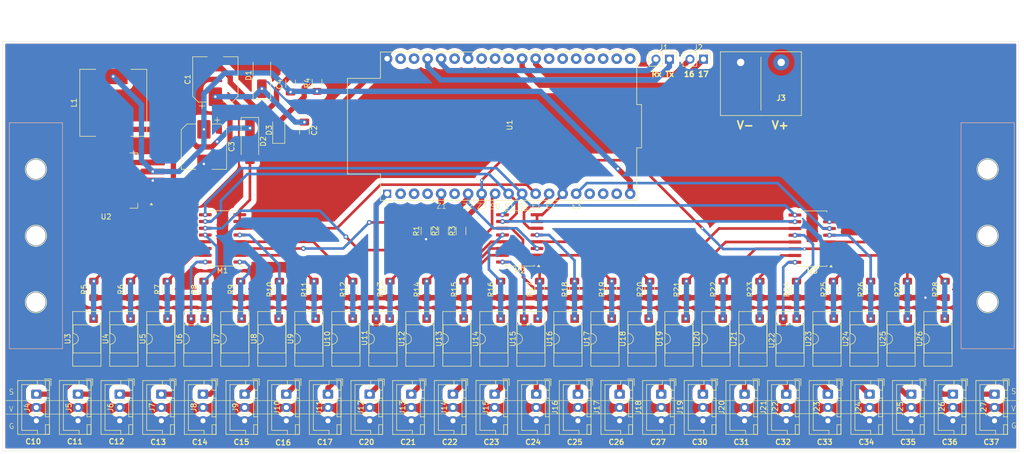
<source format=kicad_pcb>
(kicad_pcb (version 20240108) (generator "pcbnew") (generator_version "8.0")
  (layers (0 "F.Cu" signal) (31 "B.Cu" signal) (34 "B.Paste" user) (35 "F.Paste" user) (36 "B.SilkS" user "B.Silkscreen") (37 "F.SilkS" user "F.Silkscreen") (38 "B.Mask" user) (39 "F.Mask" user) (44 "Edge.Cuts" user))
  (net 0 "")
  (net 1 "Net-(D1-K)")
  (net 2 "Net-(J2-Pin_1)")
  (net 3 "Net-(D2-K)")
  (net 4 "Net-(J2-Pin_2)")
  (net 5 "Net-(D3-A)")
  (net 6 "Net-(J1-Pin_2)")
  (net 7 "Net-(J1-Pin_1)")
  (net 8 "/Multiplexer/1")
  (net 9 "/Multiplexer/2")
  (net 10 "/Multiplexer/3")
  (net 11 "/Multiplexer/4")
  (net 12 "/Multiplexer/5")
  (net 13 "/Multiplexer/6")
  (net 14 "/Multiplexer/7")
  (net 15 "/Multiplexer/8")
  (net 16 "/Multiplexer/9")
  (net 17 "/Multiplexer/10")
  (net 18 "/Multiplexer/11")
  (net 19 "/Multiplexer/12")
  (net 20 "/Multiplexer/13")
  (net 21 "/Multiplexer/14")
  (net 22 "/Multiplexer/15")
  (net 23 "/Multiplexer/16")
  (net 24 "/Multiplexer/17")
  (net 25 "/Multiplexer/18")
  (net 26 "/Multiplexer/19")
  (net 27 "/Multiplexer/20")
  (net 28 "/Multiplexer/21")
  (net 29 "/Multiplexer/22")
  (net 30 "/Multiplexer/23")
  (net 31 "/Multiplexer/24")
  (net 36 "/Multiplexer/S2")
  (net 38 "/Multiplexer/Out2")
  (net 42 "/Multiplexer/Out3")
  (net 45 "/Buck Converter 24 to 5/OUT (5V)")
  (net 46 "/Multiplexer/S1")
  (net 48 "/Multiplexer/En1")
  (net 49 "/Multiplexer/3.3v")
  (net 52 "/Multiplexer/En3")
  (net 54 "/Multiplexer/S0")
  (net 56 "/Multiplexer/Out1")
  (net 57 "/Multiplexer/En2")
  (net 63 "Net-(M1-A3)")
  (net 64 "Net-(M1-A7)")
  (net 65 "Net-(M1-A4)")
  (net 66 "Net-(M1-A5)")
  (net 67 "Net-(M1-A2)")
  (net 68 "Net-(M1-A0)")
  (net 69 "Net-(M1-A1)")
  (net 70 "Net-(M1-A6)")
  (net 71 "Net-(M2-A3)")
  (net 72 "Net-(M2-A7)")
  (net 73 "Net-(M2-A5)")
  (net 74 "Net-(M2-A4)")
  (net 75 "Net-(M2-A0)")
  (net 76 "Net-(M2-A2)")
  (net 77 "Net-(M2-A6)")
  (net 78 "Net-(M2-A1)")
  (net 79 "Net-(M3-A1)")
  (net 80 "Net-(M3-A0)")
  (net 81 "Net-(M3-A4)")
  (net 82 "Net-(M3-A3)")
  (net 83 "Net-(M3-A6)")
  (net 84 "Net-(M3-A5)")
  (net 85 "Net-(M3-A2)")
  (net 86 "Net-(M3-A7)")
  (net 87 "/Buck Converter 24 to 5/GND")
  (net 88 "/Buck Converter 24 to 5/IN")
  (footprint "Connector_JST:JST_XH_B3B-XH-A_1x03_P2.50mm_Vertical" (layer "F.Cu") (at 228.163474 110.2 -90)
    (property "Reference" "J25")
    (property "Value" "Conn_01x03_Pin")
  )
  (footprint "Resistor_SMD:R_1206_3216Metric_Pad1.30x1.75mm_HandSolder" (layer "F.Cu") (at 192.795088 90.5 90)
    (property "Reference" "R22")
    (property "Value" "R")
  )
  (footprint "Package_DIP:DIP-4_W7.62mm_SMDSocket_SmallPads" (layer "F.Cu") (at 94.006962 99.8 90)
    (property "Reference" "U6")
    (property "Value" "PC817")
  )
  (footprint "Package_DIP:DIP-4_W7.62mm_SMDSocket_SmallPads" (layer "F.Cu") (at 184.484128 99.8 90)
    (property "Reference" "U19")
    (property "Value" "PC817")
  )
  (footprint "Connector_JST:JST_XH_B3B-XH-A_1x03_P2.50mm_Vertical" (layer "F.Cu") (at 134.14609 110.2 -90)
    (property "Reference" "J13")
    (property "Value" "Conn_01x03_Pin")
  )
  (footprint "Resistor_SMD:R_1206_3216Metric_Pad1.30x1.75mm_HandSolder" (layer "F.Cu") (at 220.545 90.5 90)
    (property "Reference" "R26")
    (property "Value" "R")
  )
  (footprint "Resistor_SMD:R_1206_3216Metric_Pad1.30x1.75mm_HandSolder" (layer "F.Cu") (at 199.696913 90.5 90)
    (property "Reference" "R23")
    (property "Value" "R")
  )
  (footprint "Package_SO:SOIC-16W_5.3x10.2mm_P1.27mm" (layer "F.Cu") (at 154.545 80.9 180)
    (property "Reference" "M2")
    (property "Value" "74HC4051")
  )
  (footprint "Connector_JST:JST_XH_B3B-XH-A_1x03_P2.50mm_Vertical" (layer "F.Cu") (at 87.137398 110.2 -90)
    (property "Reference" "J7")
    (property "Value" "Conn_01x03_Pin")
  )
  (footprint "Connector_JST:JST_XH_B3B-XH-A_1x03_P2.50mm_Vertical" (layer "F.Cu") (at 149.815654 110.2 -90)
    (property "Reference" "J15")
    (property "Value" "Conn_01x03_Pin")
  )
  (footprint "Resistor_SMD:R_1206_3216Metric_Pad1.30x1.75mm_HandSolder" (layer "F.Cu") (at 88.24865 90.5 90)
    (property "Reference" "R7")
    (property "Value" "R")
  )
  (footprint "Capacitor_SMD:CP_Elec_8x10" (layer "F.Cu") (at 95.145 63.65 -90)
    (property "Reference" "C3")
    (property "Value" "220uF")
  )
  (footprint "Resistor_SMD:R_1206_3216Metric_Pad1.30x1.75mm_HandSolder" (layer "F.Cu") (at 164.845 90.5 90)
    (property "Reference" "R18")
    (property "Value" "R")
  )
  (footprint "Resistor_SMD:R_1206_3216Metric_Pad1.30x1.75mm_HandSolder" (layer "F.Cu") (at 140.21 79.5 90)
    (property "Reference" "R2")
    (property "Value" "R")
  )
  (footprint "Connector_PinHeader_2.54mm:PinHeader_1x02_P2.54mm_Vertical" (layer "F.Cu") (at 189.1 47.2 -90)
    (property "Reference" "J2")
    (property "Value" "Conn_01x02_Socket")
  )
  (footprint "Package_DIP:DIP-4_W7.62mm_SMDSocket_SmallPads" (layer "F.Cu") (at 233.202616 99.8 90)
    (property "Reference" "U26")
    (property "Value" "PC817")
  )
  (footprint "Resistor_SMD:R_1206_3216Metric_Pad1.30x1.75mm_HandSolder" (layer "F.Cu") (at 137.045 90.5 90)
    (property "Reference" "R14")
    (property "Value" "R")
  )
  (footprint "Connector_JST:JST_XH_B3B-XH-A_1x03_P2.50mm_Vertical" (layer "F.Cu") (at 204.659128 110.2 -90)
    (property "Reference" "J22")
    (property "Value" "Conn_01x03_Pin")
  )
  (footprint "Package_SO:SOIC-16W_5.3x10.2mm_P1.27mm" (layer "F.Cu") (at 98.645 80.9 180)
    (property "Reference" "M1")
    (property "Value" "74HC4051")
  )
  (footprint "Package_DIP:DIP-4_W7.62mm_SMDSocket_SmallPads" (layer "F.Cu") (at 149.685218 99.8 90)
    (property "Reference" "U14")
    (property "Value" "PC817")
  )
  (footprint "Connector_JST:JST_XH_B3B-XH-A_1x03_P2.50mm_Vertical" (layer "F.Cu") (at 126.311308 110.2 -90)
    (property "Reference" "J12")
    (property "Value" "Conn_01x03_Pin")
  )
  (footprint "Package_DIP:DIP-4_W7.62mm_SMDSocket_SmallPads" (layer "F.Cu") (at 156.645 99.8 90)
    (property "Reference" "U15")
    (property "Value" "PC817")
  )
  (footprint "Package_DIP:DIP-4_W7.62mm_SMDSocket_SmallPads" (layer "F.Cu") (at 107.926526 99.8 90)
    (property "Reference" "U8")
    (property "Value" "PC817")
  )
  (footprint "Library:MODULE_ESP32-DEVKITC" (layer "F.Cu") (at 152.445 59.8 90)
    (property "Reference" "U1")
    (property "Value" "ESP32-DEVKITC-v4")
  )
  (footprint "Resistor_SMD:R_1206_3216Metric_Pad1.30x1.75mm_HandSolder" (layer "F.Cu") (at 234.544983 90.5 90)
    (property "Reference" "R28")
    (property "Value" "R")
  )
  (footprint "Package_DIP:DIP-4_W7.62mm_SMDSocket_SmallPads" (layer "F.Cu") (at 219.283038 99.8 90)
    (property "Reference" "U24")
    (property "Value" "PC817")
  )
  (footprint "lib_new:KF7.62_2P" (layer "F.Cu") (at 199.9 51.8 180)
    (property "Reference" "J3")
    (property "Value" "Screw_Terminal_01x02" (hide yes))
  )
  (footprint "Connector_JST:JST_XH_B3B-XH-A_1x03_P2.50mm_Vertical" (layer "F.Cu") (at 181.154782 110.2 -90)
    (property "Reference" "J19")
    (property "Value" "Conn_01x03_Pin")
  )
  (footprint "MountingEquipment:DINRailAdapter_3xM3_PhoenixContact_1201578" (layer "F.Cu") (at 63.545 80.4 -90)
    (property "Reference" "REF**" (hide yes))
    (property "Value" "DINRailAdapter_3xM3_PhoenixContact_1201578")
  )
  (footprint "Capacitor_SMD:C_1206_3216Metric_Pad1.33x1.80mm_HandSolder" (layer "F.Cu") (at 114.0425 60.595 -90)
    (property "Reference" "C2")
    (property "Value" "100nF")
  )
  (footprint "MountingEquipment:DINRailAdapter_3xM3_PhoenixContact_1201578" (layer "F.Cu") (at 242.545 80.4 -90)
    (property "Reference" "REF**" (hide yes))
    (property "Value" "DINRailAdapter_3xM3_PhoenixContact_1201578")
  )
  (footprint "Resistor_SMD:R_1206_3216Metric_Pad1.30x1.75mm_HandSolder" (layer "F.Cu") (at 158.285963 90.5 90)
    (property "Reference" "R17")
    (property "Value" "R")
  )
  (footprint "Package_SO:SOIC-16W_5.3x10.2mm_P1.27mm" (layer "F.Cu") (at 209.545 80.945 180)
    (property "Reference" "M3")
    (property "Value" "74HC4051")
  )
  (footprint "Package_DIP:DIP-4_W7.62mm_SMDSocket_SmallPads" (layer "F.Cu") (at 205.363474 99.8 90)
    (property "Reference" "U22")
    (property "Value" "PC817")
  )
  (footprint "Connector_JST:JST_XH_B3B-XH-A_1x03_P2.50mm_Vertical" (layer "F.Cu") (at 118.476526 110.2 -90)
    (property "Reference" "J11")
    (property "Value" "Conn_01x03_Pin")
  )
  (footprint "Package_DIP:DIP-4_W7.62mm_SMDSocket_SmallPads" (layer "F.Cu") (at 191.44391 99.8 90)
    (property "Reference" "U20")
    (property "Value" "PC817")
  )
  (footprint "Package_DIP:DIP-4_W7.62mm_SMDSocket_SmallPads" (layer "F.Cu") (at 226.24282 99.8 90)
    (property "Reference" "U25")
    (property "Value" "PC817")
  )
  (footprint "Capacitor_SMD:CP_Elec_8x10" (layer "F.Cu") (at 97.29625 51 90)
    (property "Reference" "C1")
    (property "Value" "220uF")
  )
  (footprint "Connector_JST:JST_XH_B3B-XH-A_1x03_P2.50mm_Vertical" (layer "F.Cu") (at 94.97218 110.2 -90)
    (property "Reference" "J8")
    (property "Value" "Conn_01x03_Pin")
  )
  (footprint "Package_DIP:DIP-4_W7.62mm_SMDSocket_SmallPads" (layer "F.Cu") (at 198.403692 99.8 90)
    (property "Reference" "U21")
    (property "Value" "PC817")
  )
  (footprint "Resistor_SMD:R_1206_3216Metric_Pad1.30x1.75mm_HandSolder" (layer "F.Cu") (at 150.945 90.5 90)
    (property "Reference" "R16")
    (property "Value" "R")
  )
  (footprint "Package_DIP:DIP-4_W7.62mm_SMDSocket_SmallPads" (layer "F.Cu") (at 114.886308 99.8 90)
    (property "Reference" "U9")
    (property "Value" "PC817")
  )
  (footprint "Resistor_SMD:R_1206_3216Metric_Pad1.30x1.75mm_HandSolder" (layer "F.Cu") (at 213.545 90.5 90)
    (property "Reference" "R25")
    (property "Value" "R")
  )
  (footprint "Connector_JST:JST_XH_B3B-XH-A_1x03_P2.50mm_Vertical" (layer "F.Cu") (at 196.824346 110.2 -90)
    (property "Reference" "J21")
    (property "Value" "Conn_01x03_Pin")
  )
  (footprint "Resistor_SMD:R_1206_3216Metric_Pad1.30x1.75mm_HandSolder" (layer "F.Cu") (at 185.893263 90.5 90)
    (property "Reference" "R21")
    (property "Value" "R")
  )
  (footprint "Connector_JST:JST_XH_B3B-XH-A_1x03_P2.50mm_Vertical" (layer "F.Cu") (at 235.998256 110.2 -90)
    (property "Reference" "J26")
    (property "Value" "Conn_01x03_Pin")
  )
  (footprint "Resistor_SMD:R_1206_3216Metric_Pad1.30x1.75mm_HandSolder" (layer "F.Cu") (at 143.5 79.5 90)
    (property "Reference" "R3")
    (property "Value" "R")
  )
  (footprint "Resistor_SMD:R_1206_3216Metric_Pad1.30x1.75mm_HandSolder" (layer "F.Cu") (at 102.0523 90.5 90)
    (property "Reference" "R9")
    (property "Value" "R")
  )
  (footprint "Connector_JST:JST_XH_B3B-XH-A_1x03_P2.50mm_Vertical" (layer "F.Cu") (at 188.989564 110.2 -90)
    (property "Reference" "J20")
    (property "Value" "Conn_01x03_Pin")
  )
  (footprint "Connector_JST:JST_XH_B3B-XH-A_1x03_P2.50mm_Vertical" (layer "F.Cu") (at 63.633052 110.2 -90)
    (property "Reference" "J4")
    (property "Value" "Conn_01x03_Pin")
  )
  (footprint "Connector_JST:JST_XH_B3B-XH-A_1x03_P2.50mm_Vertical" (layer "F.Cu") (at 157.650436 110.2 -90)
    (property "Reference" "J16")
    (property "Value" "Conn_01x03_Pin")
  )
  (footprint "Resistor_SMD:R_1206_3216Metric_Pad1.30x1.75mm_HandSolder" (layer "F.Cu") (at 109.345 90.5 90)
    (property "Reference" "R10")
    (property "Value" "R")
  )
  (footprint "LED_SMD:LED_1206_3216Metric_Pad1.42x1.75mm_HandSolder" (layer "F.Cu") (at 109.22 60.565 90)
    (property "Reference" "D3")
    (property "Value" "LED")
  )
  (footprint "Resistor_SMD:R_1206_3216Metric_Pad1.30x1.75mm_HandSolder" (layer "F.Cu") (at 206.598743 90.5 90)
    (property "Reference" "R24")
    (property "Value" "R")
  )
  (footprint "Resistor_SMD:R_1206_3216Metric_Pad1.30x1.75mm_HandSolder" (layer "F.Cu") (at 123.145 90.5 90)
    (property "Reference" "R12")
    (property "Value" "R")
  )
  (footprint "Package_TO_SOT_SMD:TO-263-5_TabPin3" (layer "F.Cu") (at 77.875 70.025 180)
    (property "Reference" "U2")
    (property "Value" "LM2596S-5")
  )
  (footprint "Package_DIP:DIP-4_W7.62mm_SMDSocket_SmallPads" (layer "F.Cu") (at 177.524346 99.8 90)
    (property "Reference" "U18")
    (property "Value" "PC817")
  )
  (footprint "Connector_JST:JST_XH_B3B-XH-A_1x03_P2.50mm_Vertical" (layer "F.Cu") (at 141.980872 110.2 -90)
    (property "Reference" "J14")
    (property "Value" "Conn_01x03_Pin")
  )
  (footprint "Resistor_SMD:R_1206_3216Metric_Pad1.30x1.75mm_HandSolder" (layer "F.Cu") (at 130.145 90.5 90)
    (property "Reference" "R13")
    (property "Value" "R")
  )
  (footprint "Capacitor_SMD:C_1206_3216Metric_Pad1.33x1.80mm_HandSolder" (layer "F.Cu") (at 111.445 51.8 90)
    (property "Reference" "C4")
    (property "Value" "100nF")
  )
  (footprint "Package_DIP:DIP-4_W7.62mm_SMDSocket_SmallPads" (layer "F.Cu") (at 163.604782 99.8 90)
    (property "Reference" "U16")
    (property "Value" "PC817")
  )
  (footprint "Connector_JST:JST_XH_B3B-XH-A_1x03_P2.50mm_Vertical" (layer "F.Cu") (at 110.641744 110.2 -90)
    (property "Reference" "J10")
    (property "Value" "Conn_01x03_Pin")
  )
  (footprint "Package_DIP:DIP-4_W7.62mm_SMDSocket_SmallPads" (layer "F.Cu") (at 80.087398 99.8 90)
    (property "Reference" "U4")
    (property "Value" "PC817")
  )
  (footprint "Package_DIP:DIP-4_W7.62mm_SMDSocket_SmallPads" (layer "F.Cu") (at 73.127616 99.8 90)
    (property "Reference" "U3")
    (property "Value" "PC817")
  )
  (footprint "Resistor_SMD:R_1206_3216Metric_Pad1.30x1.75mm_HandSolder" (layer "F.Cu") (at 74.445 90.5 90)
    (property "Reference" "R5")
    (property "Value" "R")
  )
  (footprint "Connector_JST:JST_XH_B3B-XH-A_1x03_P2.50mm_Vertical" (layer "F.Cu") (at 79.302616 110.2 -90)
    (property "Reference" "J6")
    (property "Value" "Conn_01x03_Pin")
  )
  (footprint "Connector_JST:JST_XH_B3B-XH-A_1x03_P2.50mm_Vertical" (layer "F.Cu") (at 71.467834 110.2 -90)
    (property "Reference" "J5")
    (property "Value" "Conn_01x03_Pin")
  )
  (footprint "Connector_JST:JST_XH_B3B-XH-A_1x03_P2.50mm_Vertical" (layer "F.Cu") (at 173.32 110.2 -90)
    (property "Reference" "J18")
    (property "Value" "Conn_01x03_Pin")
  )
  (footprint "Package_DIP:DIP-4_W7.62mm_SMDSocket_SmallPads" (layer "F.Cu") (at 170.564564 99.8 90)
    (property "Reference" "U17")
    (property "Value" "PC817")
  )
  (footprint "Diode_SMD:D_SMA_Handsoldering" (layer "F.Cu") (at 106.0475 50.25 90)
    (property "Reference" "D1")
    (property "Value" "SS14")
  )
  (footprint "Connector_JST:JST_XH_B3B-XH-A_1x03_P2.50mm_Vertical" (layer "F.Cu") (at 220.328692 110.2 -90)
    (property "Reference" "J24")
    (property "Value" "Conn_01x03_Pin")
  )
  (footprint "Resistor_SMD:R_1206_3216Metric_Pad1.30x1.75mm_HandSolder" (layer "F.Cu") (at 115.85595 90.5 90)
    (property "Reference" "R11")
    (property "Value" "R")
  )
  (footprint "Package_DIP:DIP-4_W7.62mm_SMDSocket_SmallPads" (layer "F.Cu") (at 142.725436 99.8 90)
    (property "Reference" "U13")
    (property "Value" "PC817")
  )
  (footprint "Connector_JST:JST_XH_B3B-XH-A_1x03_P2.50mm_Vertical" (layer "F.Cu") (at 243.833052 110.2 -90)
    (property "Reference" "J27")
    (property "Value" "Conn_01x03_Pin")
  )
  (footprint "Inductor_SMD:L_12x12mm_H8mm" (layer "F.Cu") (at 78.1 55.4 90)
    (property "Reference" "L1")
    (property "Value" "68uH")
  )
  (footprint "Resistor_SMD:R_1206_3216Metric_Pad1.30x1.75mm_HandSolder" (layer "F.Cu") (at 227.445 90.5 90)
    (property "Reference" "R27")
    (property "Value" "R")
  )
  (footprint "Resistor_SMD:R_1206_3216Metric_Pad1.30x1.75mm_HandSolder" (layer "F.Cu") (at 171.845 90.5 90)
    (property "Reference" "R19")
    (property "Value" "R")
  )
  (footprint "Connector_JST:JST_XH_B3B-XH-A_1x03_P2.50mm_Vertical" (layer "F.Cu") (at 165.485218 110.2 -90)
    (property "Reference" "J17")
    (property "Value" "Conn_01x03_Pin")
  )
  (footprint "Package_DIP:DIP-4_W7.62mm_SMDSocket_SmallPads" (layer "F.Cu") (at 100.966744 99.8 90)
    (property "Reference" "U7")
    (property "Value" "PC817")
  )
  (footprint "Resistor_SMD:R_1206_3216Metric_Pad1.30x1.75mm_HandSolder" (layer "F.Cu") (at 95.150475 90.5 90)
    (property "Reference" "R8")
    (property "Value" "R")
  )
  (footprint "Package_DIP:DIP-4_W7.62mm_SMDSocket_SmallPads" (layer "F.Cu") (at 212.323256 99.8 90)
    (property "Reference" "U23")
    (property "Value" "PC817")
  )
  (footprint "Resistor_SMD:R_1206_3216Metric_Pad1.30x1.75mm_HandSolder" (layer "F.Cu") (at 81.346825 90.5 90)
    (property "Reference" "R6")
    (property "Value" "R")
  )
  (footprint "Resistor_SMD:R_1206_3216Metric_Pad1.30x1.75mm_HandSolder" (layer "F.Cu") (at 116.42 51.7 90)
    (property "Reference" "R4")
    (property "Value" "1K")
  )
  (footprint "Package_DIP:DIP-4_W7.62mm_SMDSocket_SmallPads" (layer "F.Cu") (at 128.805872 99.8 90)
    (property "Reference" "U11")
    (property "Value" "PC817")
  )
  (footprint "Package_DIP:DIP-4_W7.62mm_SMDSocket_SmallPads" (layer "F.Cu") (at 87.04718 99.8 90)
    (property "Reference" "U5")
    (property "Value" "PC817")
  )
  (footprint "Diode_SMD:D_SMA_Handsoldering" (layer "F.Cu") (at 103.7975 62.66 -90)
    (property "Reference" "D2")
    (property "Value" "SS14")
  )
  (footprint "Package_DIP:DIP-4_W7.62mm_SMDSocket_SmallPads" (layer "F.Cu") (at 121.84609 99.8 90)
    (property "Reference" "U10")
    (property "Value" "PC817")
  )
  (footprint "Connector_JST:JST_XH_B3B-XH-A_1x03_P2.50mm_Vertical" (layer "F.Cu") (at 212.49391 110.2 -90)
    (property "Reference" "J23")
    (property "Value" "Conn_01x03_Pin")
  )
  (footprint "Resistor_SMD:R_1206_3216Metric_Pad1.30x1.75mm_HandSolder" (layer "F.Cu") (at 144.045 90.5 90)
    (property "Reference" "R15")
    (property "Value" "R")
  )
  (footprint "Connector_PinHeader_2.54mm:PinHeader_1x02_P2.54mm_Vertical" (layer "F.Cu") (at 182.7 47.2 -90)
    (property "Reference" "J1")
    (property "Value" "Conn_01x02_Socket")
  )
  (footprint "Resistor_SMD:R_1206_3216Metric_Pad1.30x1.75mm_HandSolder" (layer "F.Cu") (at 178.991438 90.5 90)
    (property "Reference" "R20")
    (property "Value" "R")
  )
  (footprint "Resistor_SMD:R_1206_3216Metric_Pad1.30x1.75mm_HandSolder" (layer "F.Cu") (at 136.92 79.5 90)
    (property "Reference" "R1")
    (property "Value" "R")
  )
  (footprint "Package_DIP:DIP-4_W7.62mm_SMDSocket_SmallPads" (layer "F.Cu") (at 135.765654 99.8 90)
    (property "Reference" "U12")
    (property "Value" "PC817")
  )
  (footprint "Connector_JST:JST_XH_B3B-XH-A_1x03_P2.50mm_Vertical" (layer "F.Cu") (at 102.8 110.2 -90)
    (property "Reference" "J9")
    (property "Value" "Conn_01x03_Pin")
  )
  (gr_line (start 57.9 111.4) (end 248.3 111.4) (stroke (width 0.1)) (layer "F.SilkS"))
  (gr_line (start 248.3 113.85) (end 57.9 113.95) (stroke (width 0.1)) (layer "F.SilkS"))
  (gr_rect (start 57.3 43.8) (end 248.4 120.9) (stroke (width 0.05)) (fill none) (layer "Edge.Cuts"))
  (gr_text "C24" (at 155.473055 119.8 0) (layer "F.SilkS") (effects (font (size 1 1) (thickness 0.2) (bold yes)) (justify left bottom)))
  (gr_text "S0 S1 S2" (at 148.9 75.5 0) (layer "F.SilkS") (effects (font (size 1 1) (thickness 0.1)) (justify left bottom)))
  (gr_text "V-   V+" (at 205.3 60.5 0) (layer "F.SilkS") (effects (font (size 1.5 1.5) (thickness 0.3) (bold yes)) (justify right bottom)))
  (gr_text "C21\n" (at 131.968709 119.8 0) (layer "F.SilkS") (effects (font (size 1 1) (thickness 0.2) (bold yes)) (justify left bottom)))
  (gr_text "Rx Tx" (at 179.2 50.6 0) (layer "F.SilkS") (effects (font (size 1 1) (thickness 0.25) (bold yes)) (justify left bottom)))
  (gr_text "C14\n" (at 92.794799 119.8 0) (layer "F.SilkS") (effects (font (size 1 1) (thickness 0.2) (bold yes)) (justify left bottom)))
  (gr_text "C23" (at 147.638273 119.8 0) (layer "F.SilkS") (effects (font (size 1 1) (thickness 0.2) (bold yes)) (justify left bottom)))
  (gr_text "S\n\nV\n\nG" (at 58.4 116.8 0) (layer "F.SilkS") (effects (font (size 1 1) (thickness 0.1)) (justify left bottom)))
  (gr_text "C12\n" (at 77.125235 119.7 0) (layer "F.SilkS") (effects (font (size 1 1) (thickness 0.2) (bold yes)) (justify left bottom)))
  (gr_text "C32" (at 202.481747 119.8 0) (layer "F.SilkS") (effects (font (size 1 1) (thickness 0.2) (bold yes)) (justify left bottom)))
  (gr_text "C22" (at 139.803491 119.8 0) (layer "F.SilkS") (effects (font (size 1 1) (thickness 0.2) (bold yes)) (justify left bottom)))
  (gr_text "C15\n" (at 100.629581 119.8 0) (layer "F.SilkS") (effects (font (size 1 1) (thickness 0.2) (bold yes)) (justify left bottom)))
  (gr_text "C34" (at 218.151311 119.8 0) (layer "F.SilkS") (effects (font (size 1 1) (thickness 0.2) (bold yes)) (justify left bottom)))
  (gr_text "C31" (at 194.646965 119.8 0) (layer "F.SilkS") (effects (font (size 1 1) (thickness 0.2) (bold yes)) (justify left bottom)))
  (gr_text "C33" (at 210.316529 119.8 0) (layer "F.SilkS") (effects (font (size 1 1) (thickness 0.2) (bold yes)) (justify left bottom)))
  (gr_text "C37" (at 241.655671 119.8 0) (layer "F.SilkS") (effects (font (size 1 1) (thickness 0.2) (bold yes)) (justify left bottom)))
  (gr_text "C25" (at 163.307837 119.8 0) (layer "F.SilkS") (effects (font (size 1 1) (thickness 0.2) (bold yes)) (justify left bottom)))
  (gr_text "S\n\nV\n\nG" (at 246.9 116.7 0) (layer "F.SilkS") (effects (font (size 1 1) (thickness 0.1)) (justify left bottom)))
  (gr_text "C26" (at 171.142619 119.8 0) (layer "F.SilkS") (effects (font (size 1 1) (thickness 0.2) (bold yes)) (justify left bottom)))
  (gr_text "16 17" (at 185.3 50.6 0) (layer "F.SilkS") (effects (font (size 1 1) (thickness 0.25) (bold yes)) (justify left bottom)))
  (gr_text "C36" (at 233.820875 119.8 0) (layer "F.SilkS") (effects (font (size 1 1) (thickness 0.2) (bold yes)) (justify left bottom)))
  (gr_text "C16\n" (at 108.464363 119.9 0) (layer "F.SilkS") (effects (font (size 1 1) (thickness 0.2) (bold yes)) (justify left bottom)))
  (gr_text "C13" (at 84.960017 119.8 0) (layer "F.SilkS") (effects (font (size 1 1) (thickness 0.2) (bold yes)) (justify left bottom)))
  (gr_text "C20\n" (at 124.133927 119.8 0) (layer "F.SilkS") (effects (font (size 1 1) (thickness 0.2) (bold yes)) (justify left bottom)))
  (gr_text "C10\n" (at 61.455671 119.7 0) (layer "F.SilkS") (effects (font (size 1 1) (thickness 0.2) (bold yes)) (justify left bottom)))
  (gr_text "Z1    Z2 Z3" (at 138.8 75.4 0) (layer "F.SilkS") (effects (font (size 1 1) (thickness 0.1)) (justify left bottom)))
  (gr_text "C27" (at 178.977401 119.8 0) (layer "F.SilkS") (effects (font (size 1 1) (thickness 0.2) (bold yes)) (justify left bottom)))
  (gr_text "C35" (at 225.986093 119.8 0) (layer "F.SilkS") (effects (font (size 1 1) (thickness 0.2) (bold yes)) (justify left bottom)))
  (gr_text "C11\n" (at 69.290453 119.7 0) (layer "F.SilkS") (effects (font (size 1 1) (thickness 0.2) (bold yes)) (justify left bottom)))
  (gr_text "C30\n" (at 186.812183 119.8 0) (layer "F.SilkS") (effects (font (size 1 1) (thickness 0.2) (bold yes)) (justify left bottom)))
  (gr_text "C17\n" (at 116.299145 119.8 0) (layer "F.SilkS") (effects (font (size 1 1) (thickness 0.2) (bold yes)) (justify left bottom)))
  (gr_text "E1 E2    E3" (at 156.7 75.4 0) (layer "F.SilkS") (effects (font (size 1 1) (thickness 0.1)) (justify left bottom)))
  (segment (start 85.525 73.425) (end 93.72 73.425) (width 1) (layer "F.Cu") (net 1))
  (segment (start 100.045 67.1) (end 100.045 56.99875) (width 1) (layer "F.Cu") (net 1))
  (segment (start 100.045 56.99875) (end 97.29625 54.25) (width 1) (layer "F.Cu") (net 1))
  (segment (start 93.72 73.425) (end 100.045 67.1) (width 1) (layer "F.Cu") (net 1))
  (via (at 106.0475 52.75) (size 0.9) (drill 0.45) (layers "F.Cu" "B.Cu") (net 1))
  (via (at 114.0425 59.0325) (size 0.9) (drill 0.45) (layers "F.Cu" "B.Cu") (net 1))
  (via (at 97.29625 54.25) (size 0.9) (drill 0.45) (layers "F.Cu" "B.Cu") (net 1))
  (segment (start 114.0425 59.0325) (end 112.33 59.0325) (width 1) (layer "B.Cu") (net 1))
  (segment (start 104.5475 54.25) (end 106.0475 52.75) (width 1) (layer "B.Cu") (net 1))
  (segment (start 97.29625 54.25) (end 104.5475 54.25) (width 1) (layer "B.Cu") (net 1))
  (segment (start 112.33 59.0325) (end 106.0475 52.75) (width 1) (layer "B.Cu") (net 1))
  (segment (start 154.995 48.75) (end 154.995 47.1) (width 1) (layer "F.Cu") (net 2))
  (segment (start 158.345 52.1) (end 154.995 48.75) (width 1) (layer "F.Cu") (net 2))
  (segment (start 189.1 47.22) (end 184.22 52.1) (width 1) (layer "F.Cu") (net 2))
  (segment (start 184.22 52.1) (end 158.345 52.1) (width 1) (layer "F.Cu") (net 2))
  (segment (start 189.1 47.2) (end 189.1 47.22) (width 1) (layer "F.Cu") (net 2))
  (segment (start 97.645 62.7) (end 96.645 63.7) (width 1) (layer "F.Cu") (net 3))
  (segment (start 87.666852 71.725) (end 85.525 71.725) (width 1) (layer "F.Cu") (net 3))
  (segment (start 89.4 69.991852) (end 87.666852 71.725) (width 1) (layer "F.Cu") (net 3))
  (segment (start 91.145 60.945) (end 89.4 62.69) (width 1) (layer "F.Cu") (net 3))
  (segment (start 89.4 62.69) (end 89.4 69.991852) (width 1) (layer "F.Cu") (net 3))
  (segment (start 78.15 60.4) (end 78.1 60.35) (width 1) (layer "F.Cu") (net 3))
  (segment (start 91.145 60.945) (end 90.6 60.4) (width 1) (layer "F.Cu") (net 3))
  (segment (start 96.645 63.7) (end 93.9 63.7) (width 1) (layer "F.Cu") (net 3))
  (segment (start 90.6 60.4) (end 78.15 60.4) (width 1) (layer "F.Cu") (net 3))
  (segment (start 93.9 63.7) (end 91.145 60.945) (width 1) (layer "F.Cu") (net 3))
  (via (at 97.645 62.7) (size 0.9) (drill 0.45) (layers "F.Cu" "B.Cu") (net 3))
  (via (at 103.7975 60.16) (size 0.9) (drill 0.45) (layers "F.Cu" "B.Cu") (net 3))
  (segment (start 100.185 60.16) (end 97.645 62.7) (width 1) (layer "B.Cu") (net 3))
  (segment (start 103.7975 60.16) (end 100.185 60.16) (width 1) (layer "B.Cu") (net 3))
  (segment (start 159.53593 50.1) (end 157.535 48.09907) (width 1) (layer "F.Cu") (net 4))
  (segment (start 157.535 48.09907) (end 157.535 47.1) (width 1) (layer "F.Cu") (net 4))
  (segment (start 186.56 47.2) (end 183.66 50.1) (width 1) (layer "F.Cu") (net 4))
  (segment (start 183.66 50.1) (end 159.53593 50.1) (width 1) (layer "F.Cu") (net 4))
  (segment (start 114 52.57) (end 114 54.2975) (width 1) (layer "F.Cu") (net 5))
  (segment (start 114 54.2975) (end 109.22 59.0775) (width 1) (layer "F.Cu") (net 5))
  (segment (start 116.42 50.15) (end 114 52.57) (width 1) (layer "F.Cu") (net 5))
  (segment (start 179.439123 48.540877) (end 178.639123 49.340877) (width 1) (layer "B.Cu") (net 6))
  (segment (start 180.16 47.2) (end 180.16 47.82) (width 1) (layer "B.Cu") (net 6))
  (segment (start 180.16 47.82) (end 179.439123 48.540877) (width 1) (layer "B.Cu") (net 6))
  (segment (start 178.639123 49.340877) (end 141.140877 49.340877) (width 1) (layer "B.Cu") (net 6))
  (segment (start 141.140877 49.340877) (end 139.755 47.955) (width 1) (layer "B.Cu") (net 6))
  (segment (start 139.755 47.955) (end 139.755 47.1) (width 1) (layer "B.Cu") (net 6))
  (segment (start 139.707183 51.107183) (end 137.215 48.615) (width 1) (layer "B.Cu") (net 7))
  (segment (start 182.7 48.58) (end 180.172817 51.107183) (width 1) (layer "B.Cu") (net 7))
  (segment (start 137.215 48.615) (end 137.215 47.1) (width 1) (layer "B.Cu") (net 7))
  (segment (start 182.7 47.2) (end 182.7 48.58) (width 1) (layer "B.Cu") (net 7))
  (segment (start 180.172817 51.107183) (end 139.707183 51.107183) (width 1) (layer "B.Cu") (net 7))
  (segment (start 63.633052 110.2) (end 68 110.2) (width 1) (layer "F.Cu") (net 8))
  (segment (start 74.397616 103.802384) (end 74.397616 103.61) (width 1) (layer "F.Cu") (net 8))
  (segment (start 68 110.2) (end 74.397616 103.802384) (width 1) (layer "F.Cu") (net 8))
  (segment (start 75.427398 110.2) (end 72.227398 110.2) (width 1) (layer "F.Cu") (net 9))
  (segment (start 81.357398 103.61) (end 81.357398 104.27) (width 1) (layer "F.Cu") (net 9))
  (segment (start 81.357398 104.27) (end 75.427398 110.2) (width 1) (layer "F.Cu") (net 9))
  (segment (start 88.31718 104.27) (end 88.31718 103.61) (width 1) (layer "F.Cu") (net 10))
  (segment (start 79.302616 110.2) (end 82.38718 110.2) (width 1) (layer "F.Cu") (net 10))
  (segment (start 79.302616 110.2) (end 79.302616 110.084564) (width 1) (layer "F.Cu") (net 10))
  (segment (start 82.38718 110.2) (end 88.31718 104.27) (width 1) (layer "F.Cu") (net 10))
  (segment (start 95.276962 104.27) (end 95.276962 103.61) (width 1) (layer "F.Cu") (net 11))
  (segment (start 89.346962 110.2) (end 95.276962 104.27) (width 1) (layer "F.Cu") (net 11))
  (segment (start 87.137398 110.2) (end 89.346962 110.2) (width 1) (layer "F.Cu") (net 11))
  (segment (start 102.236744 104.27) (end 102.236744 103.61) (width 1) (layer "F.Cu") (net 12))
  (segment (start 96.306744 110.2) (end 102.236744 104.27) (width 1) (layer "F.Cu") (net 12))
  (segment (start 94.97218 110.2) (end 96.306744 110.2) (width 1) (layer "F.Cu") (net 12))
  (segment (start 109.196526 103.810436) (end 109.196526 103.61) (width 1) (layer "F.Cu") (net 13))
  (segment (start 102.806962 110.2) (end 109.196526 103.810436) (width 1) (layer "F.Cu") (net 13))
  (segment (start 116.156308 104.685436) (end 116.156308 103.61) (width 1) (layer "F.Cu") (net 14))
  (segment (start 110.641744 110.2) (end 116.156308 104.685436) (width 1) (layer "F.Cu") (net 14))
  (segment (start 118.476526 109.023474) (end 123.11609 104.38391) (width 1) (layer "F.Cu") (net 15))
  (segment (start 123.11609 104.38391) (end 123.11609 103.61) (width 1) (layer "F.Cu") (net 15))
  (segment (start 118.476526 110.2) (end 118.476526 109.023474) (width 1) (layer "F.Cu") (net 15))
  (segment (start 126.311308 110.2) (end 130.075872 106.435436) (width 1) (layer "F.Cu") (net 16))
  (segment (start 130.075872 106.435436) (end 130.075872 103.61) (width 1) (layer "F.Cu") (net 16))
  (segment (start 134.14609 110.2) (end 137.035654 107.310436) (width 1) (layer "F.Cu") (net 17))
  (segment (start 137.035654 107.310436) (end 137.035654 103.61) (width 1) (layer "F.Cu") (net 17))
  (segment (start 141.980872 110.2) (end 143.995436 108.185436) (width 1) (layer "F.Cu") (net 18))
  (segment (start 143.995436 108.185436) (end 143.995436 103.61) (width 1) (layer "F.Cu") (net 18))
  (segment (start 149.815654 110.2) (end 150.955218 109.060436) (width 1) (layer "F.Cu") (net 19))
  (segment (start 150.955218 109.060436) (end 150.955218 103.61) (width 1) (layer "F.Cu") (net 19))
  (segment (start 157.650436 110.2) (end 157.650436 103.874564) (width 1) (layer "F.Cu") (net 20))
  (segment (start 157.650436 103.874564) (end 157.915 103.61) (width 1) (layer "F.Cu") (net 20))
  (segment (start 165.485218 104.220436) (end 164.874782 103.61) (width 1) (layer "F.Cu") (net 21))
  (segment (start 165.485218 110.2) (end 165.485218 104.220436) (width 1) (layer "F.Cu") (net 21))
  (segment (start 173.32 105.095436) (end 171.834564 103.61) (width 1) (layer "F.Cu") (net 22))
  (segment (start 173.32 110.2) (end 173.32 105.095436) (width 1) (layer "F.Cu") (net 22))
  (segment (start 181.154782 105.970436) (end 178.794346 103.61) (width 1) (layer "F.Cu") (net 23))
  (segment (start 181.154782 110.2) (end 181.154782 105.970436) (width 1) (layer "F.Cu") (net 23))
  (segment (start 188.989564 110.2) (end 188.989564 106.845436) (width 1) (layer "F.Cu") (net 24))
  (segment (start 188.989564 106.845436) (end 185.754128 103.61) (width 1) (layer "F.Cu") (net 24))
  (segment (start 196.824346 107.720436) (end 192.71391 103.61) (width 1) (layer "F.Cu") (net 25))
  (segment (start 196.824346 110.2) (end 196.824346 107.720436) (width 1) (layer "F.Cu") (net 25))
  (segment (start 204.659128 110.2) (end 204.659128 108.595436) (width 1) (layer "F.Cu") (net 26))
  (segment (start 204.659128 108.595436) (end 199.673692 103.61) (width 1) (layer "F.Cu") (net 26))
  (segment (start 212.49391 109.470436) (end 206.633474 103.61) (width 1) (layer "F.Cu") (net 27))
  (segment (start 212.49391 110.2) (end 212.49391 109.470436) (width 1) (layer "F.Cu") (net 27))
  (segment (start 220.328692 110.2) (end 220.183256 110.2) (width 1) (layer "F.Cu") (net 28))
  (segment (start 220.183256 110.2) (end 213.593256 103.61) (width 1) (layer "F.Cu") (net 28))
  (segment (start 228.163474 110.2) (end 227.143038 110.2) (width 1) (layer "F.Cu") (net 29))
  (segment (start 227.143038 110.2) (end 220.553038 103.61) (width 1) (layer "F.Cu") (net 29))
  (segment (start 235.998256 110.2) (end 234.10282 110.2) (width 1) (layer "F.Cu") (net 30))
  (segment (start 234.10282 110.2) (end 227.51282 103.61) (width 1) (layer "F.Cu") (net 30))
  (segment (start 241.062616 110.2) (end 234.472616 103.61) (width 1) (layer "F.Cu") (net 31))
  (segment (start 243.833052 110.2) (end 241.062616 110.2) (width 1) (layer "F.Cu") (net 31))
  (segment (start 154.995 72.755) (end 154.995 72.5) (width 1) (layer "F.Cu") (net 36))
  (via (at 151.295 76.455) (size 0.9) (drill 0.45) (layers "F.Cu" "B.Cu") (net 36))
  (via (at 95.395 76.455) (size 0.9) (drill 0.45) (layers "F.Cu" "B.Cu") (net 36))
  (via (at 206.295 76.5) (size 0.9) (drill 0.45) (layers "F.Cu" "B.Cu") (net 36))
  (segment (start 151.345 76.45) (end 154.995 72.8) (width 0.5) (layer "B.Cu") (net 36))
  (segment (start 102.145 67.7) (end 150.195 67.7) (width 0.5) (layer "B.Cu") (net 36))
  (segment (start 154.995 72.75) (end 154.995 72.5) (width 1) (layer "B.Cu") (net 36))
  (segment (start 151.295 76.45) (end 151.345 76.45) (width 0.5) (layer "B.Cu") (net 36))
  (segment (start 206.295 76.5) (end 204.495 74.7) (width 0.5) (layer "B.Cu") (net 36))
  (segment (start 95.395 76.455) (end 95.395 74.45) (width 0.5) (layer "B.Cu") (net 36))
  (segment (start 154.995 72.8) (end 154.995 72.75) (width 0.5) (layer "B.Cu") (net 36))
  (segment (start 95.395 74.45) (end 102.145 67.7) (width 0.5) (layer "B.Cu") (net 36))
  (segment (start 204.495 74.7) (end 156.545 74.7) (width 0.5) (layer "B.Cu") (net 36))
  (segment (start 156.545 74.7) (end 154.995 73.15) (width 0.5) (layer "B.Cu") (net 36))
  (segment (start 150.195 67.7) (end 154.995 72.5) (width 0.5) (layer "B.Cu") (net 36))
  (segment (start 154.995 73.15) (end 154.995 72.5) (width 0.5) (layer "B.Cu") (net 36))
  (segment (start 144.835 73.325) (end 144.835 72.5) (width 1) (layer "F.Cu") (net 38))
  (segment (start 140.21 77.95) (end 144.835 73.325) (width 1) (layer "F.Cu") (net 38))
  (via (at 157.795 82.805) (size 0.9) (drill 0.45) (layers "F.Cu" "B.Cu") (net 38))
  (segment (start 153.99 79) (end 157.795 82.805) (width 0.5) (layer "B.Cu") (net 38))
  (segment (start 144.835 72.5) (end 144.835 74.235) (width 0.5) (layer "B.Cu") (net 38))
  (segment (start 144.835 74.235) (end 149.6 79) (width 0.5) (layer "B.Cu") (net 38))
  (segment (start 149.6 79) (end 153.99 79) (width 0.5) (layer "B.Cu") (net 38))
  (segment (start 147.4 69.95) (end 151.15 66.2) (width 0.5) (layer "F.Cu") (net 42))
  (segment (start 176.1 66.2) (end 188.9 79) (width 0.5) (layer "F.Cu") (net 42))
  (segment (start 151.15 66.2) (end 176.1 66.2) (width 0.5) (layer "F.Cu") (net 42))
  (segment (start 143.5 77.95) (end 147.375 74.075) (width 1) (layer "F.Cu") (net 42))
  (segment (start 147.375 74.075) (end 147.375 72.5) (width 1) (layer "F.Cu") (net 42))
  (segment (start 208.095 82.8818) (end 208.1268 82.85) (width 0.5) (layer "F.Cu") (net 42))
  (segment (start 208.1268 82.85) (end 212.795 82.85) (width 0.5) (layer "F.Cu") (net 42))
  (via (at 147.4 69.95) (size 0.6) (drill 0.3) (layers "F.Cu" "B.Cu") (net 42))
  (via (at 188.9 79) (size 0.6) (drill 0.3) (layers "F.Cu" "B.Cu") (net 42))
  (via (at 208.095 82.8818) (size 0.6) (drill 0.3) (layers "F.Cu" "B.Cu") (net 42))
  (segment (start 147.4 69.95) (end 147.4 72.475) (width 0.5) (layer "B.Cu") (net 42))
  (segment (start 208.095 82.8818) (end 208.0768 82.9) (width 0.5) (layer "B.Cu") (net 42))
  (segment (start 192.8 82.9) (end 188.9 79) (width 0.5) (layer "B.Cu") (net 42))
  (segment (start 147.4 72.475) (end 147.375 72.5) (width 0.5) (layer "B.Cu") (net 42))
  (segment (start 208.0768 82.9) (end 192.8 82.9) (width 0.5) (layer "B.Cu") (net 42))
  (segment (start 175.315 72.5) (end 175.315 70.115) (width 1) (layer "F.Cu") (net 45))
  (segment (start 175.315 70.115) (end 173 67.8) (width 1) (layer "F.Cu") (net 45))
  (via (at 85.525 68.325) (size 0.9) (drill 0.45) (layers "F.Cu" "B.Cu") (net 45))
  (via (at 95.145 60.4) (size 0.9) (drill 0.45) (layers "F.Cu" "B.Cu") (net 45))
  (via (at 173 67.8) (size 0.9) (drill 0.45) (layers "F.Cu" "B.Cu") (net 45))
  (via (at 116.42 53.25) (size 0.9) (drill 0.45) (layers "F.Cu" "B.Cu") (net 45))
  (via (at 111.445 53.3625) (size 0.9) (drill 0.45) (layers "F.Cu" "B.Cu") (net 45))
  (via (at 78.1 50.45) (size 0.9) (drill 0.45) (layers "F.Cu" "B.Cu") (net 45))
  (segment (start 95.145 53.7) (end 95.145 60.4) (width 1) (layer "B.Cu") (net 45))
  (segment (start 111.445 53.3625) (end 107.875 49.7925) (width 1) (layer "B.Cu") (net 45))
  (segment (start 83.4 55.75) (end 83.4 66.2) (width 1) (layer "B.Cu") (net 45))
  (segment (start 78.1 50.45) (end 83.4 55.75) (width 1) (layer "B.Cu") (net 45))
  (segment (start 85.525 68.325) (end 90.475 68.325) (width 1) (layer "B.Cu") (net 45))
  (segment (start 107.875 49.7925) (end 99.0525 49.7925) (width 1) (layer "B.Cu") (net 45))
  (segment (start 111.5575 53.25) (end 111.445 53.3625) (width 1) (layer "B.Cu") (net 45))
  (segment (start 95.145 63.655) (end 95.145 60.4) (width 1) (layer "B.Cu") (net 45))
  (segment (start 158.45 53.25) (end 173 67.8) (width 1) (layer "B.Cu") (net 45))
  (segment (start 99.0525 49.7925) (end 95.145 53.7) (width 1) (layer "B.Cu") (net 45))
  (segment (start 83.4 66.2) (end 85.525 68.325) (width 1) (layer "B.Cu") (net 45))
  (segment (start 116.42 53.25) (end 111.5575 53.25) (width 1) (layer "B.Cu") (net 45))
  (segment (start 116.42 53.25) (end 158.45 53.25) (width 1) (layer "B.Cu") (net 45))
  (segment (start 90.475 68.325) (end 95.145 63.655) (width 1) (layer "B.Cu") (net 45))
  (segment (start 153.945 76.211238) (end 153.945 73.99) (width 0.5) (layer "F.Cu") (net 46))
  (segment (start 153.945 73.99) (end 152.455 72.5) (width 0.5) (layer "F.Cu") (net 46))
  (segment (start 151.295 77.725) (end 152.431238 77.725) (width 0.5) (layer "F.Cu") (net 46))
  (segment (start 152.431238 77.725) (end 153.945 76.211238) (width 0.5) (layer "F.Cu") (net 46))
  (via (at 95.395 77.725) (size 0.9) (drill 0.45) (layers "F.Cu" "B.Cu") (net 46))
  (via (at 151.295 77.725) (size 0.9) (drill 0.45) (layers "F.Cu" "B.Cu") (net 46))
  (via (at 206.295 77.77) (size 0.9) (drill 0.45) (layers "F.Cu" "B.Cu") (net 46))
  (segment (start 148.755 68.8) (end 152.455 72.5) (width 0.5) (layer "B.Cu") (net 46))
  (segment (start 103.345 68.8) (end 148.755 68.8) (width 0.5) (layer "B.Cu") (net 46))
  (segment (start 95.395 77.725) (end 96.52 77.725) (width 0.5) (layer "B.Cu") (net 46))
  (segment (start 151.32 77.7) (end 206.225 77.7) (width 0.5) (layer "B.Cu") (net 46))
  (segment (start 98.345 73.8) (end 103.345 68.8) (width 0.5) (layer "B.Cu") (net 46))
  (segment (start 98.345 75.9) (end 98.345 73.8) (width 0.5) (layer "B.Cu") (net 46))
  (segment (start 96.52 77.725) (end 98.345 75.9) (width 0.5) (layer "B.Cu") (net 46))
  (segment (start 101.895 78.995) (end 120.17 78.995) (width 0.5) (layer "F.Cu") (net 48))
  (segment (start 155.835 70.8) (end 157.535 72.5) (width 0.5) (layer "F.Cu") (net 48))
  (segment (start 120.17 78.995) (end 128.365 70.8) (width 0.5) (layer "F.Cu") (net 48))
  (segment (start 128.365 70.8) (end 155.835 70.8) (width 0.5) (layer "F.Cu") (net 48))
  (segment (start 99.745 99.9) (end 106.745 99.9) (width 1) (layer "F.Cu") (net 49))
  (segment (start 113.845 99.9) (end 120.645 99.9) (width 1) (layer "F.Cu") (net 49))
  (segment (start 218.013038 99.831962) (end 217.945 99.9) (width 1) (layer "F.Cu") (net 49))
  (segment (start 92.736962 95.99) (end 92.736962 99.808038) (width 1) (layer "F.Cu") (net 49))
  (segment (start 183.214128 95.99) (end 183.214128 99.869128) (width 1) (layer "F.Cu") (net 49))
  (segment (start 203.845 99.9) (end 211.145 99.9) (width 1) (layer "F.Cu") (net 49))
  (segment (start 190.17391 99.82891) (end 190.245 99.9) (width 1) (layer "F.Cu") (net 49))
  (segment (start 134.345 99.9) (end 140.445 99.9) (width 1) (layer "F.Cu") (net 49))
  (segment (start 225.245 99.9) (end 230.345 99.9) (width 1) (layer "F.Cu") (net 49))
  (segment (start 85.77718 99.83218) (end 85.845 99.9) (width 1) (layer "F.Cu") (net 49))
  (segment (start 183.214128 99.869128) (end 183.245 99.9) (width 1) (layer "F.Cu") (net 49))
  (segment (start 71.857616 95.99) (end 71.857616 98.212616) (width 1) (layer "F.Cu") (net 49))
  (segment (start 230.345 99.9) (end 231.932616 98.312384) (width 1) (layer "F.Cu") (net 49))
  (segment (start 120.57609 95.99) (end 120.57609 99.83109) (width 1) (layer "F.Cu") (net 49))
  (segment (start 231.932616 98.312384) (end 231.932616 95.99) (width 1) (layer "F.Cu") (net 49))
  (segment (start 73.545 99.9) (end 78.945 99.9) (width 1) (layer "F.Cu") (net 49))
  (segment (start 197.345 99.9) (end 203.845 99.9) (width 1) (layer "F.Cu") (net 49))
  (segment (start 162.334782 95.99) (end 162.334782 99.789782) (width 1) (layer "F.Cu") (net 49))
  (segment (start 92.736962 99.808038) (end 92.645 99.9) (width 1) (layer "F.Cu") (net 49))
  (segment (start 169.294564 99.650436) (end 169.045 99.9) (width 1) (layer "F.Cu") (net 49))
  (segment (start 190.17391 95.99) (end 190.17391 99.82891) (width 1) (layer "F.Cu") (net 49))
  (segment (start 211.053256 99.808256) (end 211.145 99.9) (width 1) (layer "F.Cu") (net 49))
  (segment (start 99.696744 99.851744) (end 99.745 99.9) (width 1) (layer "F.Cu") (net 49))
  (segment (start 169.294564 95.99) (end 169.294564 99.650436) (width 1) (layer "F.Cu") (net 49))
  (segment (start 141.455436 99.9) (end 140.445 99.9) (width 1) (layer "F.Cu") (net 49))
  (segment (start 106.656526 95.99) (end 106.656526 99.811526) (width 1) (layer "F.Cu") (net 49))
  (segment (start 155.375 95.99) (end 155.375 99.63) (width 1) (layer "F.Cu") (net 49))
  (segment (start 211.145 99.9) (end 217.945 99.9) (width 1) (layer "F.Cu") (net 49))
  (segment (start 211.053256 95.99) (end 211.053256 99.808256) (width 1) (layer "F.Cu") (net 49))
  (segment (start 176.254346 99.809346) (end 176.345 99.9) (width 1) (layer "F.Cu") (net 49))
  (segment (start 148.415218 95.99) (end 148.415218 99.529782) (width 1) (layer "F.Cu") (net 49))
  (segment (start 141.455436 95.99) (end 141.455436 99.9) (width 1) (layer "F.Cu") (net 49))
  (segment (start 106.656526 99.811526) (end 106.745 99.9) (width 1) (layer "F.Cu") (net 49))
  (segment (start 134.495654 95.99) (end 134.495654 99.749346) (width 1) (layer "F.Cu") (net 49))
  (segment (start 148.045 99.9) (end 155.645 99.9) (width 1) (layer "F.Cu") (net 49))
  (segment (start 120.645 99.9) (end 127.645 99.9) (width 1) (layer "F.Cu") (net 49))
  (segment (start 204.093474 99.651526) (end 203.845 99.9) (width 1) (layer "F.Cu") (net 49))
  (segment (start 224.97282 95.99) (end 224.97282 99.62782) (width 1) (layer "F.Cu") (net 49))
  (segment (start 204.093474 95.99) (end 204.093474 99.651526) (width 1) (layer "F.Cu") (net 49))
  (segment (start 148.415218 99.529782) (end 148.045 99.9) (width 1) (layer "F.Cu") (net 49))
  (segment (start 92.645 99.9) (end 99.745 99.9) (width 1) (layer "F.Cu") (net 49))
  (segment (start 127.535872 99.790872) (end 127.645 99.9) (width 1) (layer "F.Cu") (net 49))
  (segment (start 169.045 99.9) (end 176.345 99.9) (width 1) (layer "F.Cu") (net 49))
  (segment (start 71.857616 98.212616) (end 73.545 99.9) (width 1) (layer "F.Cu") (net 49))
  (segment (start 218.013038 95.99) (end 218.013038 99.831962) (width 1) (layer "F.Cu") (net 49))
  (segment (start 78.817398 99.772398) (end 78.945 99.9) (width 1) (layer "F.Cu") (net 49))
  (segment (start 85.845 99.9) (end 92.645 99.9) (width 1) (layer "F.Cu") (net 49))
  (segment (start 224.97282 99.62782) (end 225.245 99.9) (width 1) (layer "F.Cu") (net 49))
  (segment (start 120.57609 99.83109) (end 120.645 99.9) (width 1) (layer "F.Cu") (net 49))
  (segment (start 78.817398 95.99) (end 78.817398 99.772398) (width 1) (layer "F.Cu") (net 49))
  (segment (start 176.345 99.9) (end 183.245 99.9) (width 1) (layer "F.Cu") (net 49))
  (segment (start 155.375 99.63) (end 155.645 99.9) (width 1) (layer "F.Cu") (net 49))
  (segment (start 197.133692 99.688692) (end 197.345 99.9) (width 1) (layer "F.Cu") (net 49))
  (segment (start 155.645 99.9) (end 162.445 99.9) (width 1) (layer "F.Cu") (net 49))
  (segment (start 197.133692 95.99) (end 197.133692 99.688692) (width 1) (layer "F.Cu") (net 49))
  (segment (start 99.696744 95.99) (end 99.696744 99.851744) (width 1) (layer "F.Cu") (net 49))
  (segment (start 85.77718 95.99) (end 85.77718 99.83218) (width 1) (layer "F.Cu") (net 49))
  (segment (start 183.245 99.9) (end 190.245 99.9) (width 1) (layer "F.Cu") (net 49))
  (segment (start 113.616308 99.671308) (end 113.845 99.9) (width 1) (layer "F.Cu") (net 49))
  (segment (start 113.616308 95.99) (end 113.616308 99.671308) (width 1) (layer "F.Cu") (net 49))
  (segment (start 217.945 99.9) (end 225.245 99.9) (width 1) (layer "F.Cu") (net 49))
  (segment (start 106.745 99.9) (end 113.845 99.9) (width 1) (layer "F.Cu") (net 49))
  (segment (start 162.445 99.9) (end 169.045 99.9) (width 1) (layer "F.Cu") (net 49))
  (segment (start 134.495654 99.749346) (end 134.345 99.9) (width 1) (layer "F.Cu") (net 49))
  (segment (start 78.945 99.9) (end 85.845 99.9) (width 1) (layer "F.Cu") (net 49))
  (segment (start 127.645 99.9) (end 134.345 99.9) (width 1) (layer "F.Cu") (net 49))
  (segment (start 162.334782 99.789782) (end 162.445 99.9) (width 1) (layer "F.Cu") (net 49))
  (segment (start 127.535872 95.99) (end 127.535872 99.790872) (width 1) (layer "F.Cu") (net 49))
  (segment (start 176.254346 95.99) (end 176.254346 99.809346) (width 1) (layer "F.Cu") (net 49))
  (segment (start 140.445 99.9) (end 148.045 99.9) (width 1) (layer "F.Cu") (net 49))
  (segment (start 190.245 99.9) (end 197.345 99.9) (width 1) (layer "F.Cu") (net 49))
  (via (at 92.736962 95.99) (size 0.9) (drill 0.45) (layers "F.Cu" "B.Cu") (net 49))
  (via (at 206.295 85.39) (size 0.9) (drill 0.45) (layers "F.Cu" "B.Cu") (net 49))
  (via (at 95.395 85.345) (size 0.9) (drill 0.45) (layers "F.Cu" "B.Cu") (net 49))
  (via (at 151.295 85.345) (size 0.9) (drill 0.45) (layers "F.Cu" "B.Cu") (net 49))
  (via (at 127.535872 95.99) (size 0.9) (drill 0.45) (layers "F.Cu" "B.Cu") (net 49))
  (via (at 155.375 95.99) (size 0.9) (drill 0.45) (layers "F.Cu" "B.Cu") (net 49))
  (via (at 204.093474 95.99) (size 0.9) (drill 0.45) (layers "F.Cu" "B.Cu") (net 49))
  (segment (start 152.79 85.345) (end 155.375 87.93) (width 0.5) (layer "B.Cu") (net 49))
  (segment (start 92.736962 86.408038) (end 92.736962 95.99) (width 0.5) (layer "B.Cu") (net 49))
  (segment (start 127.535872 95.99) (end 127.535872 74.559128) (width 1) (layer "B.Cu") (net 49))
  (segment (start 204.093474 86.351526) (end 205.055 85.39) (width 0.5) (layer "B.Cu") (net 49))
  (segment (start 93.8 85.345) (end 92.736962 86.408038) (width 0.5) (layer "B.Cu") (net 49))
  (segment (start 95.395 85.345) (end 93.8 85.345) (width 0.5) (layer "B.Cu") (net 49))
  (segment (start 127.535872 74.559128) (end 129.595 72.5) (width 1) (layer "B.Cu") (net 49))
  (segment (start 204.093474 95.99) (end 204.093474 86.351526) (width 0.5) (layer "B.Cu") (net 49))
  (segment (start 155.375 87.93) (end 155.375 95.99) (width 0.5) (layer "B.Cu") (net 49))
  (segment (start 151.295 85.345) (end 152.79 85.345) (width 0.5) (layer "B.Cu") (net 49))
  (segment (start 205.055 85.39) (end 206.295 85.39) (width 0.5) (layer "B.Cu") (net 49))
  (segment (start 165.155 72.834999) (end 165.155 72.5) (width 1) (layer "F.Cu") (net 52))
  (via (at 212.795 79.04) (size 0.9) (drill 0.45) (layers "F.Cu" "B.Cu") (net 52))
  (segment (start 212.795 79.04) (end 211.585 79.04) (width 0.5) (layer "B.Cu") (net 52))
  (segment (start 203.045 70.5) (end 167.155 70.5) (width 0.5) (layer "B.Cu") (net 52))
  (segment (start 211.585 79.04) (end 203.045 70.5) (width 0.5) (layer "B.Cu") (net 52))
  (segment (start 167.155 70.5) (end 165.155 72.5) (width 0.5) (layer "B.Cu") (net 52))
  (segment (start 149.345 73.07) (end 149.915 72.5) (width 0.5) (layer "F.Cu") (net 54))
  (segment (start 151.29 79) (end 149.445 79) (width 0.5) (layer "F.Cu") (net 54))
  (segment (start 206.295 79.04) (end 192.015001 79.04) (width 0.5) (layer "F.Cu") (net 54))
  (segment (start 151.19 79.1) (end 151.295 78.995) (width 0.5) (layer "F.Cu") (net 54))
  (segment (start 152.998294 78.995) (end 151.295 78.995) (width 0.5) (layer "F.Cu") (net 54))
  (segment (start 121.645 80.4) (end 124.345 83.1) (width 0.5) (layer "F.Cu") (net 54))
  (segment (start 180.755001 90.3) (end 157.260533 90.3) (width 0.5) (layer "F.Cu") (net 54))
  (segment (start 155.145 81.141706) (end 152.998294 78.995) (width 0.5) (layer "F.Cu") (net 54))
  (segment (start 155.145 88.184467) (end 155.145 81.141706) (width 0.5) (layer "F.Cu") (net 54))
  (segment (start 124.345 83.1) (end 145.145 83.1) (width 0.5) (layer "F.Cu") (net 54))
  (segment (start 145.145 83.1) (end 149.345 78.9) (width 0.5) (layer "F.Cu") (net 54))
  (segment (start 192.015001 79.04) (end 180.755001 90.3) (width 0.5) (layer "F.Cu") (net 54))
  (segment (start 157.260533 90.3) (end 155.145 88.184467) (width 0.5) (layer "F.Cu") (net 54))
  (segment (start 149.345 78.9) (end 149.345 73.07) (width 0.5) (layer "F.Cu") (net 54))
  (via (at 95.395 78.995) (size 0.9) (drill 0.45) (layers "F.Cu" "B.Cu") (net 54))
  (via (at 121.845 80.6) (size 0.9) (drill 0.45) (layers "F.Cu" "B.Cu") (net 54))
  (segment (start 101.845 75.7) (end 98.55 78.995) (width 0.5) (layer "B.Cu") (net 54))
  (segment (start 98.55 78.995) (end 95.395 78.995) (width 0.5) (layer "B.Cu") (net 54))
  (segment (start 116.945 75.7) (end 101.845 75.7) (width 0.5) (layer "B.Cu") (net 54))
  (segment (start 121.845 80.6) (end 117.145 75.9) (width 0.5) (layer "B.Cu") (net 54))
  (segment (start 136.92 77.95) (end 139.755 75.115) (width 1) (layer "F.Cu") (net 56))
  (segment (start 139.755 75.115) (end 139.755 72.5) (width 1) (layer "F.Cu") (net 56))
  (segment (start 126.245 77.897056) (end 136.867056 77.897056) (width 0.5) (layer "F.Cu") (net 56))
  (segment (start 101.895 82.805) (end 113.845 82.805) (width 0.5) (layer "F.Cu") (net 56))
  (segment (start 136.867056 77.897056) (end 136.92 77.95) (width 0.5) (layer "F.Cu") (net 56))
  (via (at 126.245 77.897056) (size 0.9) (drill 0.45) (layers "F.Cu" "B.Cu") (net 56))
  (via (at 113.845 82.805) (size 0.9) (drill 0.45) (layers "F.Cu" "B.Cu") (net 56))
  (segment (start 126.245 77.897056) (end 121.337056 82.805) (width 0.5) (layer "B.Cu") (net 56))
  (segment (start 121.337056 82.805) (end 113.845 82.805) (width 0.5) (layer "B.Cu") (net 56))
  (segment (start 156.545 74.8) (end 158.245 74.8) (width 0.5) (layer "F.Cu") (net 57))
  (segment (start 155.345 76) (end 156.545 74.8) (width 0.5) (layer "F.Cu") (net 57))
  (segment (start 158.245 74.8) (end 160.075 72.97) (width 0.5) (layer "F.Cu") (net 57))
  (segment (start 160.075 72.97) (end 160.075 72.5) (width 1) (layer "F.Cu") (net 57))
  (segment (start 156.34 78.995) (end 155.345 78) (width 0.5) (layer "F.Cu") (net 57))
  (segment (start 155.345 78) (end 155.345 76) (width 0.5) (layer "F.Cu") (net 57))
  (segment (start 157.795 78.995) (end 156.34 78.995) (width 0.5) (layer "F.Cu") (net 57))
  (via (at 95.395 80.265) (size 0.9) (drill 0.45) (layers "F.Cu" "B.Cu") (net 63))
  (via (at 95.150475 88.95) (size 0.9) (drill 0.45) (layers "F.Cu" "B.Cu") (net 63))
  (via (at 95.276962 95.99) (size 0.9) (drill 0.45) (layers "F.Cu" "B.Cu") (net 63))
  (segment (start 95.150475 88.95) (end 95.150475 95.863513) (width 1) (layer "B.Cu") (net 63))
  (segment (start 97.545 86.555475) (end 95.150475 88.95) (width 0.5) (layer "B.Cu") (net 63))
  (segment (start 97.545 82.415) (end 97.545 86.555475) (width 0.5) (layer "B.Cu") (net 63))
  (segment (start 95.395 80.265) (end 97.545 82.415) (width 0.5) (layer "B.Cu") (net 63))
  (segment (start 95.150475 95.863513) (end 95.276962 95.99) (width 1) (layer "B.Cu") (net 63))
  (segment (start 123.145 88.95) (end 115.73 81.535) (width 0.5) (layer "F.Cu") (net 64))
  (segment (start 115.73 81.535) (end 101.895 81.535) (width 0.5) (layer "F.Cu") (net 64))
  (via (at 123.145 88.95) (size 0.9) (drill 0.45) (layers "F.Cu" "B.Cu") (net 64))
  (via (at 123.11609 95.99) (size 0.9) (drill 0.45) (layers "F.Cu" "B.Cu") (net 64))
  (segment (start 123.145 88.95) (end 123.145 95.96109) (width 1) (layer "B.Cu") (net 64))
  (segment (start 123.145 95.96109) (end 123.11609 95.99) (width 1) (layer "B.Cu") (net 64))
  (via (at 102.236744 95.99) (size 0.9) (drill 0.45) (layers "F.Cu" "B.Cu") (net 65))
  (via (at 102.0523 88.95) (size 0.9) (drill 0.45) (layers "F.Cu" "B.Cu") (net 65))
  (via (at 101.895 85.345) (size 0.9) (drill 0.45) (layers "F.Cu" "B.Cu") (net 65))
  (segment (start 102.89 85.345) (end 101.895 85.345) (width 0.5) (layer "B.Cu") (net 65))
  (segment (start 102.0523 88.95) (end 102.0523 95.805556) (width 1) (layer "B.Cu") (net 65))
  (segment (start 102.0523 95.805556) (end 102.236744 95.99) (width 1) (layer "B.Cu") (net 65))
  (segment (start 102.0523 88.95) (end 103.645 87.3573) (width 0.5) (layer "B.Cu") (net 65))
  (segment (start 103.645 87.3573) (end 103.645 86.1) (width 0.5) (layer "B.Cu") (net 65))
  (segment (start 103.645 86.1) (end 102.89 85.345) (width 0.5) (layer "B.Cu") (net 65))
  (via (at 101.895 80.265) (size 0.9) (drill 0.45) (layers "F.Cu" "B.Cu") (net 66))
  (via (at 109.196526 95.99) (size 0.9) (drill 0.45) (layers "F.Cu" "B.Cu") (net 66))
  (via (at 109.345 88.95) (size 0.9) (drill 0.45) (layers "F.Cu" "B.Cu") (net 66))
  (segment (start 109.196526 95.99) (end 109.196526 89.098474) (width 1) (layer "B.Cu") (net 66))
  (segment (start 109.196526 89.098474) (end 109.345 88.95) (width 1) (layer "B.Cu") (net 66))
  (segment (start 109.345 85.9) (end 103.71 80.265) (width 0.5) (layer "B.Cu") (net 66))
  (segment (start 103.71 80.265) (end 101.895 80.265) (width 0.5) (layer "B.Cu") (net 66))
  (segment (start 109.345 88.95) (end 109.345 85.9) (width 0.5) (layer "B.Cu") (net 66))
  (segment (start 93.12365 84.075) (end 95.395 84.075) (width 0.5) (layer "F.Cu") (net 67))
  (segment (start 88.24865 88.95) (end 93.12365 84.075) (width 0.5) (layer "F.Cu") (net 67))
  (via (at 88.24865 88.95) (size 0.9) (drill 0.45) (layers "F.Cu" "B.Cu") (net 67))
  (via (at 88.31718 95.99) (size 0.9) (drill 0.45) (layers "F.Cu" "B.Cu") (net 67))
  (segment (start 88.24865 95.92147) (end 88.31718 95.99) (width 1) (layer "B.Cu") (net 67))
  (segment (start 88.24865 88.95) (end 88.24865 95.92147) (width 1) (layer "B.Cu") (net 67))
  (segment (start 74.445 88.95) (end 81.86 81.535) (width 0.5) (layer "F.Cu") (net 68))
  (segment (start 81.86 81.535) (end 95.395 81.535) (width 0.5) (layer "F.Cu") (net 68))
  (via (at 74.445 88.95) (size 0.9) (drill 0.45) (layers "F.Cu" "B.Cu") (net 68))
  (via (at 74.397616 95.99) (size 0.9) (drill 0.45) (layers "F.Cu" "B.Cu") (net 68))
  (segment (start 74.397616 95.99) (end 74.397616 88.997384) (width 1) (layer "B.Cu") (net 68))
  (segment (start 74.397616 88.997384) (end 74.445 88.95) (width 1) (layer "B.Cu") (net 68))
  (segment (start 81.346825 88.95) (end 87.491825 82.805) (width 0.5) (layer "F.Cu") (net 69))
  (segment (start 87.491825 82.805) (end 95.395 82.805) (width 0.5) (layer "F.Cu") (net 69))
  (via (at 81.357398 95.99) (size 0.9) (drill 0.45) (layers "F.Cu" "B.Cu") (net 69))
  (via (at 81.346825 88.95) (size 0.9) (drill 0.45) (layers "F.Cu" "B.Cu") (net 69))
  (segment (start 81.346825 95.979427) (end 81.357398 95.99) (width 1) (layer "B.Cu") (net 69))
  (segment (start 81.346825 88.95) (end 81.346825 95.979427) (width 1) (layer "B.Cu") (net 69))
  (segment (start 115.85595 88.95) (end 110.98095 84.075) (width 0.5) (layer "F.Cu") (net 70))
  (segment (start 110.98095 84.075) (end 101.895 84.075) (width 0.5) (layer "F.Cu") (net 70))
  (via (at 116.156308 95.99) (size 0.9) (drill 0.45) (layers "F.Cu" "B.Cu") (net 70))
  (via (at 115.85595 88.95) (size 0.9) (drill 0.45) (layers "F.Cu" "B.Cu") (net 70))
  (segment (start 115.85595 95.689642) (end 116.156308 95.99) (width 1) (layer "B.Cu") (net 70))
  (segment (start 115.85595 88.95) (end 115.85595 95.689642) (width 1) (layer "B.Cu") (net 70))
  (via (at 150.955218 95.99) (size 0.9) (drill 0.45) (layers "F.Cu" "B.Cu") (net 71))
  (via (at 151.295 80.265) (size 0.9) (drill 0.45) (layers "F.Cu" "B.Cu") (net 71))
  (via (at 150.945 88.95) (size 0.9) (drill 0.45) (layers "F.Cu" "B.Cu") (net 71))
  (segment (start 148.745 82.815) (end 151.295 80.265) (width 0.5) (layer "B.Cu") (net 71))
  (segment (start 150.945 88.95) (end 150.945 95.979782) (width 1) (layer "B.Cu") (net 71))
  (segment (start 150.945 95.979782) (end 150.955218 95.99) (width 1) (layer "B.Cu") (net 71))
  (segment (start 148.745 86.75) (end 148.745 82.815) (width 0.5) (layer "B.Cu") (net 71))
  (segment (start 150.945 88.95) (end 148.745 86.75) (width 0.5) (layer "B.Cu") (net 71))
  (segment (start 171.576438 81.535) (end 157.795 81.535) (width 0.5) (layer "F.Cu") (net 72))
  (segment (start 178.991438 88.95) (end 171.576438 81.535) (width 0.5) (layer "F.Cu") (net 72))
  (via (at 178.991438 88.95) (size 0.9) (drill 0.45) (layers "F.Cu" "B.Cu") (net 72))
  (via (at 178.794346 95.99) (size 0.9) (drill 0.45) (layers "F.Cu" "B.Cu") (net 72))
  (segment (start 178.991438 95.792908) (end 178.794346 95.99) (width 1) (layer "B.Cu") (net 72))
  (segment (start 178.991438 88.95) (end 178.991438 95.792908) (width 1) (layer "B.Cu") (net 72))
  (via (at 157.795 80.265) (size 0.9) (drill 0.45) (layers "F.Cu" "B.Cu") (net 73))
  (via (at 164.874782 95.99) (size 0.9) (drill 0.45) (layers "F.Cu" "B.Cu") (net 73))
  (via (at 164.845 88.95) (size 0.9) (drill 0.45) (layers "F.Cu" "B.Cu") (net 73))
  (segment (start 164.845 85.045) (end 164.845 88.95) (width 0.5) (layer "B.Cu") (net 73))
  (segment (start 160.065 80.265) (end 164.845 85.045) (width 0.5) (layer "B.Cu") (net 73))
  (segment (start 164.845 95.960218) (end 164.874782 95.99) (width 1) (layer "B.Cu") (net 73))
  (segment (start 157.795 80.265) (end 160.065 80.265) (width 0.5) (layer "B.Cu") (net 73))
  (segment (start 164.845 88.95) (end 164.845 95.960218) (width 1) (layer "B.Cu") (net 73))
  (segment (start 158.285963 88.95) (end 158.285963 85.835963) (width 0.5) (layer "F.Cu") (net 74))
  (segment (start 158.285963 85.835963) (end 157.795 85.345) (width 0.5) (layer "F.Cu") (net 74))
  (via (at 158.285963 88.95) (size 0.9) (drill 0.45) (layers "F.Cu" "B.Cu") (net 74))
  (via (at 157.915 95.99) (size 0.9) (drill 0.45) (layers "F.Cu" "B.Cu") (net 74))
  (segment (start 158.285963 88.95) (end 158.285963 95.619037) (width 1) (layer "B.Cu") (net 74))
  (segment (start 158.285963 95.619037) (end 157.915 95.99) (width 1) (layer "B.Cu") (net 74))
  (segment (start 149.19726 81.535) (end 145.83226 84.9) (width 0.5) (layer "F.Cu") (net 75))
  (segment (start 134.195 84.9) (end 130.145 88.95) (width 0.5) (layer "F.Cu") (net 75))
  (segment (start 151.295 81.535) (end 149.19726 81.535) (width 0.5) (layer "F.Cu") (net 75))
  (segment (start 145.83226 84.9) (end 134.195 84.9) (width 0.5) (layer "F.Cu") (net 75))
  (via (at 130.075872 95.99) (size 0.9) (drill 0.45) (layers "F.Cu" "B.Cu") (net 75))
  (via (at 130.145 88.95) (size 0.9) (drill 0.45) (layers "F.Cu" "B.Cu") (net 75))
  (segment (start 130.145 88.95) (end 130.145 95.920872) (width 1) (layer "B.Cu") (net 75))
  (segment (start 130.145 95.920872) (end 130.075872 95.99) (width 1) (layer "B.Cu") (net 75))
  (segment (start 148.92 84.075) (end 144.045 88.95) (width 0.5) (layer "F.Cu") (net 76))
  (segment (start 151.295 84.075) (end 148.92 84.075) (width 0.5) (layer "F.Cu") (net 76))
  (via (at 144.045 88.95) (size 0.9) (drill 0.45) (layers "F.Cu" "B.Cu") (net 76))
  (via (at 143.995436 95.99) (size 0.9) (drill 0.45) (layers "F.Cu" "B.Cu") (net 76))
  (segment (start 144.045 95.940436) (end 143.995436 95.99) (width 1) (layer "B.Cu") (net 76))
  (segment (start 144.045 88.95) (end 144.045 95.940436) (width 1) (layer "B.Cu") (net 76))
  (segment (start 171.845 88.95) (end 166.97 84.075) (width 0.5) (layer "F.Cu") (net 77))
  (segment (start 166.97 84.075) (end 157.795 84.075) (width 0.5) (layer "F.Cu") (net 77))
  (via (at 171.845 88.95) (size 0.9) (drill 0.45) (layers "F.Cu" "B.Cu") (net 77))
  (via (at 171.834564 95.99) (size 0.9) (drill 0.45) (layers "F.Cu" "B.Cu") (net 77))
  (segment (start 171.845 95.979564) (end 171.834564 95.99) (width 1) (layer "B.Cu") (net 77))
  (segment (start 171.845 88.95) (end 171.845 95.979564) (width 1) (layer "B.Cu") (net 77))
  (segment (start 149.05863 82.805) (end 145.96363 85.9) (width 0.5) (layer "F.Cu") (net 78))
  (segment (start 140.095 85.9) (end 137.045 88.95) (width 0.5) (layer "F.Cu") (net 78))
  (segment (start 145.96363 85.9) (end 140.095 85.9) (width 0.5) (layer "F.Cu") (net 78))
  (segment (start 151.295 82.805) (end 149.05863 82.805) (width 0.5) (layer "F.Cu") (net 78))
  (via (at 137.035654 95.99) (size 0.9) (drill 0.45) (layers "F.Cu" "B.Cu") (net 78))
  (via (at 137.045 88.95) (size 0.9) (drill 0.45) (layers "F.Cu" "B.Cu") (net 78))
  (segment (start 137.045 88.95) (end 137.045 95.980654) (width 1) (layer "B.Cu") (net 78))
  (segment (start 137.045 95.980654) (end 137.035654 95.99) (width 1) (layer "B.Cu") (net 78))
  (segment (start 192.795088 88.95) (end 198.895088 82.85) (width 0.5) (layer "F.Cu") (net 79))
  (segment (start 198.895088 82.85) (end 206.295 82.85) (width 0.5) (layer "F.Cu") (net 79))
  (via (at 192.795088 88.95) (size 0.9) (drill 0.45) (layers "F.Cu" "B.Cu") (net 79))
  (via (at 192.71391 95.99) (size 0.9) (drill 0.45) (layers "F.Cu" "B.Cu") (net 79))
  (segment (start 192.795088 95.908822) (end 192.71391 95.99) (width 1) (layer "B.Cu") (net 79))
  (segment (start 192.795088 88.95) (end 192.795088 95.908822) (width 1) (layer "B.Cu") (net 79))
  (segment (start 193.263263 81.58) (end 206.295 81.58) (width 0.5) (layer "F.Cu") (net 80))
  (segment (start 185.893263 88.95) (end 193.263263 81.58) (width 0.5) (layer "F.Cu") (net 80))
  (via (at 185.893263 88.95) (size 0.9) (drill 0.45) (layers "F.Cu" "B.Cu") (net 80))
  (via (at 185.754128 95.99) (size 0.9) (drill 0.45) (layers "F.Cu" "B.Cu") (net 80))
  (segment (start 185.893263 88.95) (end 185.893263 95.850865) (width 1) (layer "B.Cu") (net 80))
  (segment (start 185.893263 95.850865) (end 185.754128 95.99) (width 1) (layer "B.Cu") (net 80))
  (segment (start 214.135 85.39) (end 212.795 85.39) (width 0.5) (layer "F.Cu") (net 81))
  (segment (start 214.845 87.65) (end 214.845 86.1) (width 0.5) (layer "F.Cu") (net 81))
  (segment (start 213.545 88.95) (end 214.845 87.65) (width 0.5) (layer "F.Cu") (net 81))
  (segment (start 214.845 86.1) (end 214.135 85.39) (width 0.5) (layer "F.Cu") (net 81))
  (via (at 213.545 88.95) (size 0.9) (drill 0.45) (layers "F.Cu" "B.Cu") (net 81))
  (via (at 213.593256 95.99) (size 0.9) (drill 0.45) (layers "F.Cu" "B.Cu") (net 81))
  (segment (start 213.545 88.95) (end 213.545 95.941744) (width 1) (layer "B.Cu") (net 81))
  (segment (start 213.545 95.941744) (end 213.593256 95.99) (width 1) (layer "B.Cu") (net 81))
  (via (at 206.598743 88.95) (size 0.9) (drill 0.45) (layers "F.Cu" "B.Cu") (net 82))
  (via (at 206.295 80.31) (size 0.9) (drill 0.45) (layers "F.Cu" "B.Cu") (net 82))
  (via (at 206.633474 95.99) (size 0.9) (drill 0.45) (layers "F.Cu" "B.Cu") (net 82))
  (segment (start 206.598743 88.95) (end 209.7 85.848743) (width 0.5) (layer "B.Cu") (net 82))
  (segment (start 206.598743 88.95) (end 206.598743 95.955269) (width 1) (layer "B.Cu") (net 82))
  (segment (start 209.7 82) (end 208.01 80.31) (width 0.5) (layer "B.Cu") (net 82))
  (segment (start 208.01 80.31) (end 206.295 80.31) (width 0.5) (layer "B.Cu") (net 82))
  (segment (start 206.598743 95.955269) (end 206.633474 95.99) (width 1) (layer "B.Cu") (net 82))
  (segment (start 209.7 85.848743) (end 209.7 82) (width 0.5) (layer "B.Cu") (net 82))
  (segment (start 227.445 87.198762) (end 224.346238 84.1) (width 0.5) (layer "F.Cu") (net 83))
  (segment (start 224.346238 84.1) (end 212.815 84.1) (width 0.5) (layer "F.Cu") (net 83))
  (segment (start 227.445 88.95) (end 227.445 87.198762) (width 0.5) (layer "F.Cu") (net 83))
  (via (at 227.51282 95.99) (size 0.9) (drill 0.45) (layers "F.Cu" "B.Cu") (net 83))
  (via (at 227.445 88.95) (size 0.9) (drill 0.45) (layers "F.Cu" "B.Cu") (net 83))
  (segment (start 227.445 88.95) (end 227.445 95.92218) (width 1) (layer "B.Cu") (net 83))
  (segment (start 227.445 95.92218) (end 227.51282 95.99) (width 1) (layer "B.Cu") (net 83))
  (via (at 212.795 80.31) (size 0.9) (drill 0.45) (layers "F.Cu" "B.Cu") (net 84))
  (via (at 220.553038 95.99) (size 0.9) (drill 0.45) (layers "F.Cu" "B.Cu") (net 84))
  (via (at 220.545 88.95) (size 0.9) (drill 0.45) (layers "F.Cu" "B.Cu") (net 84))
  (segment (start 216.355 80.31) (end 220.545 84.5) (width 0.5) (layer "B.Cu") (net 84))
  (segment (start 220.545 95.981962) (end 220.553038 95.99) (width 1) (layer "B.Cu") (net 84))
  (segment (start 212.795 80.31) (end 216.355 80.31) (width 0.5) (layer "B.Cu") (net 84))
  (segment (start 220.545 84.5) (end 220.545 88.95) (width 0.5) (layer "B.Cu") (net 84))
  (segment (start 220.545 88.95) (end 220.545 95.981962) (width 1) (layer "B.Cu") (net 84))
  (segment (start 203.750001 84.12) (end 206.295 84.12) (width 0.5) (layer "F.Cu") (net 85))
  (segment (start 199.696913 88.173088) (end 203.750001 84.12) (width 0.5) (layer "F.Cu") (net 85))
  (segment (start 205.095001 84.12) (end 206.295 84.12) (width 0.5) (layer "F.Cu") (net 85))
  (segment (start 199.696913 88.95) (end 199.696913 88.173088) (width 0.5) (layer "F.Cu") (net 85))
  (via (at 199.696913 88.95) (size 0.9) (drill 0.45) (layers "F.Cu" "B.Cu") (net 85))
  (via (at 199.673692 95.99) (size 0.9) (drill 0.45) (layers "F.Cu" "B.Cu") (net 85))
  (segment (start 199.696913 88.95) (end 199.696913 95.966779) (width 1) (layer "B.Cu") (net 85))
  (segment (start 199.696913 95.966779) (end 199.673692 95.99) (width 1) (layer "B.Cu") (net 85))
  (segment (start 234.544983 88.95) (end 227.174983 81.58) (width 0.5) (layer "F.Cu") (net 86))
  (segment (start 227.174983 81.58) (end 212.795 81.58) (width 0.5) (layer "F.Cu") (net 86))
  (via (at 234.544983 88.95) (size 0.9) (drill 0.45) (layers "F.Cu" "B.Cu") (net 86))
  (via (at 234.472616 95.99) (size 0.9) (drill 0.45) (layers "F.Cu" "B.Cu") (net 86))
  (segment (start 234.472616 95.99) (end 234.472616 89.022367) (width 1) (layer "B.Cu") (net 86))
  (segment (start 234.472616 89.022367) (end 234.544983 88.95) (width 1) (layer "B.Cu") (net 86))
  (segment (start 99.74625 50.2) (end 99.78375 50.2375) (width 1) (layer "F.Cu") (net 87))
  (segment (start 109.325 62.1575) (end 109.22 62.0525) (width 1) (layer "F.Cu") (net 87))
  (segment (start 106.9 58.4) (end 106.9 62.0475) (width 1) (layer "F.Cu") (net 87))
  (segment (start 230.845 92.05) (end 234.544983 92.05) (width 1) (layer "F.Cu") (net 87))
  (segment (start 162.615 72.63) (end 162.615 72.5) (width 1) (layer "F.Cu") (net 87))
  (segment (start 103.7975 73.6475) (end 103.7975 65.16) (width 0.5) (layer "F.Cu") (net 87))
  (segment (start 85.525 66.625) (end 79.425 66.625) (width 1) (layer "F.Cu") (net 87))
  (segment (start 99.74625 50.2) (end 100.1 50.55375) (width 1) (layer "F.Cu") (net 87))
  (segment (start 76.375 70.025) (end 85.525 70.025) (width 1) (layer "F.Cu") (net 87))
  (segment (start 158.79 76.455) (end 162.615 72.63) (width 0.5) (layer "F.Cu") (net 87))
  (segment (start 157.795 76.455) (end 157.795 77.725) (width 0.5) (layer "F.Cu") (net 87))
  (segment (start 101.895 76.455) (end 101.895 75.55) (width 0.5) (layer "F.Cu") (net 87))
  (segment (start 97.29625 47.75) (end 99.74625 50.2) (width 1) (layer "F.Cu") (net 87))
  (segment (start 109.22 62.0525) (end 109.22 61.68625) (width 1) (layer "F.Cu") (net 87))
  (segment (start 108.8 55.1) (end 106.2 57.7) (width 1) (layer "F.Cu") (net 87))
  (segment (start 106.905 62.0525) (end 103.7975 65.16) (width 1) (layer "F.Cu") (net 87))
  (segment (start 100.1 50.55375) (end 100.1 51.6) (width 1) (layer "F.Cu") (net 87))
  (segment (start 101.895 76.455) (end 101.895 77.725) (width 0.5) (layer "F.Cu") (net 87))
  (segment (start 143.5 81.05) (end 136.92 81.05) (width 1) (layer "F.Cu") (net 87))
  (segment (start 114.5375 62.1575) (end 114.0425 62.1575) (width 1) (layer "F.Cu") (net 87))
  (segment (start 74.445 92.05) (end 230.845 92.05) (width 1) (layer "F.Cu") (net 87))
  (segment (start 79.425 66.625) (end 78.8 67.25) (width 1) (layer "F.Cu") (net 87))
  (segment (start 109.22 62.0525) (end 106.905 62.0525) (width 1) (layer "F.Cu") (net 87))
  (segment (start 114.0425 62.1575) (end 109.325 62.1575) (width 1) (layer "F.Cu") (net 87))
  (segment (start 129.595 47.1) (end 114.5375 62.1575) (width 1) (layer "F.Cu") (net 87))
  (segment (start 106.9 62.0475) (end 106.905 62.0525) (width 1) (layer "F.Cu") (net 87))
  (segment (start 101.895 75.55) (end 103.7975 73.6475) (width 0.5) (layer "F.Cu") (net 87))
  (segment (start 157.795 76.455) (end 158.79 76.455) (width 0.5) (layer "F.Cu") (net 87))
  (segment (start 100.1 51.6) (end 106.2 57.7) (width 1) (layer "F.Cu") (net 87))
  (segment (start 111.445 50.2375) (end 108.8 52.8825) (width 1) (layer "F.Cu") (net 87))
  (segment (start 212.795 77.77) (end 212.795 76.5) (width 0.5) (layer "F.Cu") (net 87))
  (segment (start 108.8 52.8825) (end 108.8 55.1) (width 1) (layer "F.Cu") (net 87))
  (segment (start 106.2 57.7) (end 106.9 58.4) (width 1) (layer "F.Cu") (net 87))
  (via (at 230.845 92.05) (size 0.9) (drill 0.45) (layers "F.Cu" "B.Cu") (net 87))
  (via (at 85.525 70.025) (size 0.9) (drill 0.45) (layers "F.Cu" "B.Cu") (net 87))
  (via (at 212.795 77.77) (size 0.9) (drill 0.45) (layers "F.Cu" "B.Cu") (net 87))
  (via (at 95.145 66.9) (size 0.9) (drill 0.45) (layers "F.Cu" "B.Cu") (net 87))
  (via (at 136.92 81.05) (size 0.9) (drill 0.45) (layers "F.Cu" "B.Cu") (net 87))
  (segment (start 92.02 70.025) (end 95.145 66.9) (width 1) (layer "B.Cu") (net 87))
  (segment (start 85.525 70.025) (end 92.02 70.025) (width 1) (layer "B.Cu") (net 87))
  (zone (net 88) (net_name "/Buck Converter 24 to 5/IN") (layer "F.Cu") (priority 1) (connect_pads yes (clearance 1)) (min_thickness 0.25) (fill yes (thermal_gap 0.5) (thermal_bridge_width 0.5))
    (polygon (pts (xy 248.145 43.9) (xy 248.145 121.5) (xy 56.845 121.3) (xy 56.845 43.7)))
  )
  (zone (net 87) (net_name "/Buck Converter 24 to 5/GND") (layer "B.Cu") (connect_pads yes (clearance 1)) (min_thickness 0.25) (fill yes (thermal_gap 0.5) (thermal_bridge_width 0.5))
    (polygon (pts (xy 248.195 43.9) (xy 248.245 121.5) (xy 56.795 121.3) (xy 56.795 43.7)))
  )
)
</source>
